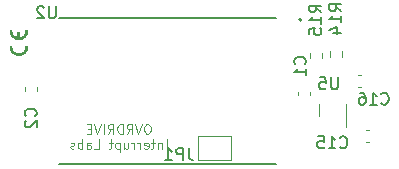
<source format=gbr>
%TF.GenerationSoftware,KiCad,Pcbnew,7.0.7*%
%TF.CreationDate,2024-04-01T13:08:00+02:00*%
%TF.ProjectId,ovrdrive,6f767264-7269-4766-952e-6b696361645f,rev?*%
%TF.SameCoordinates,Original*%
%TF.FileFunction,Legend,Bot*%
%TF.FilePolarity,Positive*%
%FSLAX46Y46*%
G04 Gerber Fmt 4.6, Leading zero omitted, Abs format (unit mm)*
G04 Created by KiCad (PCBNEW 7.0.7) date 2024-04-01 13:08:00*
%MOMM*%
%LPD*%
G01*
G04 APERTURE LIST*
%ADD10C,0.000000*%
%ADD11C,0.125000*%
%ADD12C,0.150000*%
%ADD13C,0.120000*%
%ADD14C,0.127000*%
%ADD15C,0.200000*%
G04 APERTURE END LIST*
D10*
G36*
X112306830Y-99037188D02*
G01*
X112305701Y-99046986D01*
X112304746Y-99056833D01*
X112303965Y-99066730D01*
X112303357Y-99076677D01*
X112302923Y-99086673D01*
X112302662Y-99096719D01*
X112302576Y-99106815D01*
X112303119Y-99131636D01*
X112304734Y-99156177D01*
X112307399Y-99180415D01*
X112311090Y-99204328D01*
X112315785Y-99227893D01*
X112321460Y-99251087D01*
X112328095Y-99273888D01*
X112335665Y-99296273D01*
X112344148Y-99318219D01*
X112353522Y-99339704D01*
X112363764Y-99360704D01*
X112374850Y-99381198D01*
X112386759Y-99401163D01*
X112399468Y-99420575D01*
X112412954Y-99439412D01*
X112427194Y-99457652D01*
X112442166Y-99475272D01*
X112457847Y-99492249D01*
X112474215Y-99508561D01*
X112491246Y-99524185D01*
X112508918Y-99539097D01*
X112527209Y-99553277D01*
X112546095Y-99566700D01*
X112565555Y-99579344D01*
X112585565Y-99591187D01*
X112606102Y-99602206D01*
X112627144Y-99612377D01*
X112648669Y-99621680D01*
X112670654Y-99630090D01*
X112693075Y-99637585D01*
X112715911Y-99644142D01*
X112739138Y-99649740D01*
X112739138Y-99186190D01*
X112977263Y-99186190D01*
X112977263Y-99649740D01*
X113000490Y-99644142D01*
X113023326Y-99637582D01*
X113045748Y-99630083D01*
X113067732Y-99621669D01*
X113089257Y-99612361D01*
X113110299Y-99602183D01*
X113130837Y-99591157D01*
X113150846Y-99579307D01*
X113189192Y-99553223D01*
X113225155Y-99524115D01*
X113258554Y-99492164D01*
X113289207Y-99457553D01*
X113316933Y-99420465D01*
X113341551Y-99381082D01*
X113352638Y-99360587D01*
X113362879Y-99339587D01*
X113372253Y-99318104D01*
X113380736Y-99296161D01*
X113388306Y-99273782D01*
X113394941Y-99250989D01*
X113400617Y-99227805D01*
X113405311Y-99204252D01*
X113409002Y-99180354D01*
X113411667Y-99156133D01*
X113413282Y-99131613D01*
X113413826Y-99106815D01*
X113413739Y-99096719D01*
X113413478Y-99086673D01*
X113413044Y-99076677D01*
X113412437Y-99066730D01*
X113411655Y-99056833D01*
X113410700Y-99046986D01*
X113409572Y-99037188D01*
X113408269Y-99027440D01*
X113647982Y-99027440D01*
X113648912Y-99037275D01*
X113649718Y-99047135D01*
X113650400Y-99057019D01*
X113650958Y-99066929D01*
X113651392Y-99076863D01*
X113651702Y-99086822D01*
X113651889Y-99096806D01*
X113651951Y-99106815D01*
X113650918Y-99147665D01*
X113647853Y-99187978D01*
X113642806Y-99227704D01*
X113635826Y-99266794D01*
X113626964Y-99305198D01*
X113616268Y-99342866D01*
X113603790Y-99379748D01*
X113589579Y-99415794D01*
X113573685Y-99450955D01*
X113556157Y-99485180D01*
X113537046Y-99518420D01*
X113516401Y-99550625D01*
X113494272Y-99581745D01*
X113470709Y-99611730D01*
X113445762Y-99640530D01*
X113419481Y-99668095D01*
X113391915Y-99694376D01*
X113363115Y-99719323D01*
X113333130Y-99742886D01*
X113302011Y-99765015D01*
X113269806Y-99785660D01*
X113236566Y-99804771D01*
X113202341Y-99822299D01*
X113167180Y-99838193D01*
X113131134Y-99852405D01*
X113094252Y-99864883D01*
X113056584Y-99875578D01*
X113018180Y-99884440D01*
X112979090Y-99891420D01*
X112939363Y-99896467D01*
X112899050Y-99899532D01*
X112858201Y-99900565D01*
X112817351Y-99899532D01*
X112777038Y-99896467D01*
X112737311Y-99891420D01*
X112698221Y-99884440D01*
X112659817Y-99875578D01*
X112622149Y-99864883D01*
X112585267Y-99852405D01*
X112549221Y-99838193D01*
X112514060Y-99822299D01*
X112479835Y-99804771D01*
X112446595Y-99785660D01*
X112414390Y-99765015D01*
X112383271Y-99742886D01*
X112353286Y-99719323D01*
X112324486Y-99694376D01*
X112296920Y-99668095D01*
X112270639Y-99640530D01*
X112245692Y-99611730D01*
X112222129Y-99581745D01*
X112200000Y-99550625D01*
X112179355Y-99518420D01*
X112160244Y-99485180D01*
X112142716Y-99450955D01*
X112126822Y-99415794D01*
X112112611Y-99379748D01*
X112100133Y-99342866D01*
X112089438Y-99305198D01*
X112080575Y-99266794D01*
X112073595Y-99227704D01*
X112068548Y-99187978D01*
X112065483Y-99147665D01*
X112064451Y-99106815D01*
X112064513Y-99096806D01*
X112064699Y-99086822D01*
X112065009Y-99076863D01*
X112065443Y-99066929D01*
X112066001Y-99057019D01*
X112066683Y-99047135D01*
X112067489Y-99037275D01*
X112068419Y-99027440D01*
X112308132Y-99027440D01*
X112306830Y-99037188D01*
G37*
G36*
X112307437Y-100381879D02*
G01*
X112306147Y-100392305D01*
X112305056Y-100402800D01*
X112304163Y-100413360D01*
X112303469Y-100423982D01*
X112302972Y-100434663D01*
X112302675Y-100445400D01*
X112302576Y-100456190D01*
X112303298Y-100484787D01*
X112305444Y-100513008D01*
X112308976Y-100540818D01*
X112313862Y-100568183D01*
X112320065Y-100595067D01*
X112327551Y-100621435D01*
X112336285Y-100647254D01*
X112346232Y-100672487D01*
X112357357Y-100697099D01*
X112369626Y-100721057D01*
X112383003Y-100744325D01*
X112397453Y-100766868D01*
X112412943Y-100788652D01*
X112429436Y-100809641D01*
X112446898Y-100829801D01*
X112465294Y-100849096D01*
X112484590Y-100867492D01*
X112504749Y-100884954D01*
X112525738Y-100901447D01*
X112547522Y-100916937D01*
X112570065Y-100931387D01*
X112593333Y-100944765D01*
X112617291Y-100957033D01*
X112641904Y-100968158D01*
X112667137Y-100978106D01*
X112692955Y-100986840D01*
X112719323Y-100994325D01*
X112746207Y-101000529D01*
X112773572Y-101005414D01*
X112801382Y-101008947D01*
X112829603Y-101011092D01*
X112858201Y-101011815D01*
X112886798Y-101011092D01*
X112915019Y-101008947D01*
X112942829Y-101005414D01*
X112970194Y-101000529D01*
X112997078Y-100994325D01*
X113023446Y-100986840D01*
X113049264Y-100978106D01*
X113074497Y-100968158D01*
X113099110Y-100957033D01*
X113123068Y-100944765D01*
X113146336Y-100931387D01*
X113168879Y-100916937D01*
X113190663Y-100901447D01*
X113211652Y-100884954D01*
X113231811Y-100867492D01*
X113251107Y-100849096D01*
X113269503Y-100829801D01*
X113286965Y-100809641D01*
X113303458Y-100788652D01*
X113318948Y-100766868D01*
X113333398Y-100744325D01*
X113346775Y-100721057D01*
X113359044Y-100697099D01*
X113370169Y-100672487D01*
X113380116Y-100647254D01*
X113388850Y-100621435D01*
X113396336Y-100595067D01*
X113402539Y-100568183D01*
X113407425Y-100540818D01*
X113410957Y-100513008D01*
X113413103Y-100484787D01*
X113413826Y-100456190D01*
X113413726Y-100445400D01*
X113413429Y-100434663D01*
X113412933Y-100423982D01*
X113412238Y-100413360D01*
X113411345Y-100402800D01*
X113410254Y-100392305D01*
X113408964Y-100381879D01*
X113407475Y-100371523D01*
X113647453Y-100371523D01*
X113648481Y-100381965D01*
X113649383Y-100392454D01*
X113650155Y-100402986D01*
X113650793Y-100413559D01*
X113651295Y-100424168D01*
X113651657Y-100434812D01*
X113651877Y-100445487D01*
X113651951Y-100456190D01*
X113650918Y-100497039D01*
X113647853Y-100537352D01*
X113642806Y-100577079D01*
X113635826Y-100616169D01*
X113626964Y-100654573D01*
X113616268Y-100692241D01*
X113603790Y-100729123D01*
X113589579Y-100765169D01*
X113573685Y-100800330D01*
X113556157Y-100834555D01*
X113537046Y-100867795D01*
X113516401Y-100900000D01*
X113494272Y-100931120D01*
X113470709Y-100961104D01*
X113445762Y-100989905D01*
X113419481Y-101017470D01*
X113391915Y-101043751D01*
X113363115Y-101068698D01*
X113333130Y-101092261D01*
X113302011Y-101114390D01*
X113269806Y-101135035D01*
X113236566Y-101154146D01*
X113202341Y-101171674D01*
X113167180Y-101187568D01*
X113131134Y-101201780D01*
X113094252Y-101214258D01*
X113056584Y-101224953D01*
X113018180Y-101233815D01*
X112979090Y-101240795D01*
X112939363Y-101245842D01*
X112899050Y-101248907D01*
X112858201Y-101249940D01*
X112817351Y-101248907D01*
X112777038Y-101245842D01*
X112737311Y-101240795D01*
X112698221Y-101233815D01*
X112659817Y-101224953D01*
X112622149Y-101214258D01*
X112585267Y-101201780D01*
X112549221Y-101187568D01*
X112514060Y-101171674D01*
X112479835Y-101154146D01*
X112446595Y-101135035D01*
X112414390Y-101114390D01*
X112383271Y-101092261D01*
X112353286Y-101068698D01*
X112324486Y-101043751D01*
X112296920Y-101017470D01*
X112270639Y-100989905D01*
X112245692Y-100961104D01*
X112222129Y-100931120D01*
X112200000Y-100900000D01*
X112179355Y-100867795D01*
X112160244Y-100834555D01*
X112142716Y-100800330D01*
X112126822Y-100765169D01*
X112112611Y-100729123D01*
X112100133Y-100692241D01*
X112089438Y-100654573D01*
X112080575Y-100616169D01*
X112073595Y-100577079D01*
X112068548Y-100537352D01*
X112065483Y-100497039D01*
X112064451Y-100456190D01*
X112064524Y-100445487D01*
X112064744Y-100434812D01*
X112065106Y-100424168D01*
X112065608Y-100413559D01*
X112066246Y-100402986D01*
X112067018Y-100392454D01*
X112067920Y-100381965D01*
X112068948Y-100371523D01*
X112308926Y-100371523D01*
X112307437Y-100381879D01*
G37*
D11*
X123814284Y-107019595D02*
X123661903Y-107019595D01*
X123661903Y-107019595D02*
X123585713Y-107057690D01*
X123585713Y-107057690D02*
X123509522Y-107133880D01*
X123509522Y-107133880D02*
X123471427Y-107286261D01*
X123471427Y-107286261D02*
X123471427Y-107552928D01*
X123471427Y-107552928D02*
X123509522Y-107705309D01*
X123509522Y-107705309D02*
X123585713Y-107781500D01*
X123585713Y-107781500D02*
X123661903Y-107819595D01*
X123661903Y-107819595D02*
X123814284Y-107819595D01*
X123814284Y-107819595D02*
X123890475Y-107781500D01*
X123890475Y-107781500D02*
X123966665Y-107705309D01*
X123966665Y-107705309D02*
X124004761Y-107552928D01*
X124004761Y-107552928D02*
X124004761Y-107286261D01*
X124004761Y-107286261D02*
X123966665Y-107133880D01*
X123966665Y-107133880D02*
X123890475Y-107057690D01*
X123890475Y-107057690D02*
X123814284Y-107019595D01*
X123242856Y-107019595D02*
X122976189Y-107819595D01*
X122976189Y-107819595D02*
X122709523Y-107019595D01*
X121985713Y-107819595D02*
X122252380Y-107438642D01*
X122442856Y-107819595D02*
X122442856Y-107019595D01*
X122442856Y-107019595D02*
X122138094Y-107019595D01*
X122138094Y-107019595D02*
X122061904Y-107057690D01*
X122061904Y-107057690D02*
X122023809Y-107095785D01*
X122023809Y-107095785D02*
X121985713Y-107171976D01*
X121985713Y-107171976D02*
X121985713Y-107286261D01*
X121985713Y-107286261D02*
X122023809Y-107362452D01*
X122023809Y-107362452D02*
X122061904Y-107400547D01*
X122061904Y-107400547D02*
X122138094Y-107438642D01*
X122138094Y-107438642D02*
X122442856Y-107438642D01*
X121642856Y-107819595D02*
X121642856Y-107019595D01*
X121642856Y-107019595D02*
X121452380Y-107019595D01*
X121452380Y-107019595D02*
X121338094Y-107057690D01*
X121338094Y-107057690D02*
X121261904Y-107133880D01*
X121261904Y-107133880D02*
X121223809Y-107210071D01*
X121223809Y-107210071D02*
X121185713Y-107362452D01*
X121185713Y-107362452D02*
X121185713Y-107476738D01*
X121185713Y-107476738D02*
X121223809Y-107629119D01*
X121223809Y-107629119D02*
X121261904Y-107705309D01*
X121261904Y-107705309D02*
X121338094Y-107781500D01*
X121338094Y-107781500D02*
X121452380Y-107819595D01*
X121452380Y-107819595D02*
X121642856Y-107819595D01*
X120385713Y-107819595D02*
X120652380Y-107438642D01*
X120842856Y-107819595D02*
X120842856Y-107019595D01*
X120842856Y-107019595D02*
X120538094Y-107019595D01*
X120538094Y-107019595D02*
X120461904Y-107057690D01*
X120461904Y-107057690D02*
X120423809Y-107095785D01*
X120423809Y-107095785D02*
X120385713Y-107171976D01*
X120385713Y-107171976D02*
X120385713Y-107286261D01*
X120385713Y-107286261D02*
X120423809Y-107362452D01*
X120423809Y-107362452D02*
X120461904Y-107400547D01*
X120461904Y-107400547D02*
X120538094Y-107438642D01*
X120538094Y-107438642D02*
X120842856Y-107438642D01*
X120042856Y-107819595D02*
X120042856Y-107019595D01*
X119776190Y-107019595D02*
X119509523Y-107819595D01*
X119509523Y-107819595D02*
X119242857Y-107019595D01*
X118976190Y-107400547D02*
X118709524Y-107400547D01*
X118595238Y-107819595D02*
X118976190Y-107819595D01*
X118976190Y-107819595D02*
X118976190Y-107019595D01*
X118976190Y-107019595D02*
X118595238Y-107019595D01*
X125357143Y-109107595D02*
X125357143Y-108307595D01*
X124976191Y-108574261D02*
X124976191Y-109107595D01*
X124976191Y-108650452D02*
X124938096Y-108612357D01*
X124938096Y-108612357D02*
X124861906Y-108574261D01*
X124861906Y-108574261D02*
X124747620Y-108574261D01*
X124747620Y-108574261D02*
X124671429Y-108612357D01*
X124671429Y-108612357D02*
X124633334Y-108688547D01*
X124633334Y-108688547D02*
X124633334Y-109107595D01*
X124366667Y-108574261D02*
X124061905Y-108574261D01*
X124252381Y-108307595D02*
X124252381Y-108993309D01*
X124252381Y-108993309D02*
X124214286Y-109069500D01*
X124214286Y-109069500D02*
X124138096Y-109107595D01*
X124138096Y-109107595D02*
X124061905Y-109107595D01*
X123490476Y-109069500D02*
X123566667Y-109107595D01*
X123566667Y-109107595D02*
X123719048Y-109107595D01*
X123719048Y-109107595D02*
X123795238Y-109069500D01*
X123795238Y-109069500D02*
X123833334Y-108993309D01*
X123833334Y-108993309D02*
X123833334Y-108688547D01*
X123833334Y-108688547D02*
X123795238Y-108612357D01*
X123795238Y-108612357D02*
X123719048Y-108574261D01*
X123719048Y-108574261D02*
X123566667Y-108574261D01*
X123566667Y-108574261D02*
X123490476Y-108612357D01*
X123490476Y-108612357D02*
X123452381Y-108688547D01*
X123452381Y-108688547D02*
X123452381Y-108764738D01*
X123452381Y-108764738D02*
X123833334Y-108840928D01*
X123109524Y-109107595D02*
X123109524Y-108574261D01*
X123109524Y-108726642D02*
X123071429Y-108650452D01*
X123071429Y-108650452D02*
X123033334Y-108612357D01*
X123033334Y-108612357D02*
X122957143Y-108574261D01*
X122957143Y-108574261D02*
X122880953Y-108574261D01*
X122614286Y-109107595D02*
X122614286Y-108574261D01*
X122614286Y-108726642D02*
X122576191Y-108650452D01*
X122576191Y-108650452D02*
X122538096Y-108612357D01*
X122538096Y-108612357D02*
X122461905Y-108574261D01*
X122461905Y-108574261D02*
X122385715Y-108574261D01*
X121776191Y-108574261D02*
X121776191Y-109107595D01*
X122119048Y-108574261D02*
X122119048Y-108993309D01*
X122119048Y-108993309D02*
X122080953Y-109069500D01*
X122080953Y-109069500D02*
X122004763Y-109107595D01*
X122004763Y-109107595D02*
X121890477Y-109107595D01*
X121890477Y-109107595D02*
X121814286Y-109069500D01*
X121814286Y-109069500D02*
X121776191Y-109031404D01*
X121395238Y-108574261D02*
X121395238Y-109374261D01*
X121395238Y-108612357D02*
X121319048Y-108574261D01*
X121319048Y-108574261D02*
X121166667Y-108574261D01*
X121166667Y-108574261D02*
X121090476Y-108612357D01*
X121090476Y-108612357D02*
X121052381Y-108650452D01*
X121052381Y-108650452D02*
X121014286Y-108726642D01*
X121014286Y-108726642D02*
X121014286Y-108955214D01*
X121014286Y-108955214D02*
X121052381Y-109031404D01*
X121052381Y-109031404D02*
X121090476Y-109069500D01*
X121090476Y-109069500D02*
X121166667Y-109107595D01*
X121166667Y-109107595D02*
X121319048Y-109107595D01*
X121319048Y-109107595D02*
X121395238Y-109069500D01*
X120785714Y-108574261D02*
X120480952Y-108574261D01*
X120671428Y-108307595D02*
X120671428Y-108993309D01*
X120671428Y-108993309D02*
X120633333Y-109069500D01*
X120633333Y-109069500D02*
X120557143Y-109107595D01*
X120557143Y-109107595D02*
X120480952Y-109107595D01*
X119223809Y-109107595D02*
X119604761Y-109107595D01*
X119604761Y-109107595D02*
X119604761Y-108307595D01*
X118614285Y-109107595D02*
X118614285Y-108688547D01*
X118614285Y-108688547D02*
X118652380Y-108612357D01*
X118652380Y-108612357D02*
X118728571Y-108574261D01*
X118728571Y-108574261D02*
X118880952Y-108574261D01*
X118880952Y-108574261D02*
X118957142Y-108612357D01*
X118614285Y-109069500D02*
X118690476Y-109107595D01*
X118690476Y-109107595D02*
X118880952Y-109107595D01*
X118880952Y-109107595D02*
X118957142Y-109069500D01*
X118957142Y-109069500D02*
X118995238Y-108993309D01*
X118995238Y-108993309D02*
X118995238Y-108917119D01*
X118995238Y-108917119D02*
X118957142Y-108840928D01*
X118957142Y-108840928D02*
X118880952Y-108802833D01*
X118880952Y-108802833D02*
X118690476Y-108802833D01*
X118690476Y-108802833D02*
X118614285Y-108764738D01*
X118233332Y-109107595D02*
X118233332Y-108307595D01*
X118233332Y-108612357D02*
X118157142Y-108574261D01*
X118157142Y-108574261D02*
X118004761Y-108574261D01*
X118004761Y-108574261D02*
X117928570Y-108612357D01*
X117928570Y-108612357D02*
X117890475Y-108650452D01*
X117890475Y-108650452D02*
X117852380Y-108726642D01*
X117852380Y-108726642D02*
X117852380Y-108955214D01*
X117852380Y-108955214D02*
X117890475Y-109031404D01*
X117890475Y-109031404D02*
X117928570Y-109069500D01*
X117928570Y-109069500D02*
X118004761Y-109107595D01*
X118004761Y-109107595D02*
X118157142Y-109107595D01*
X118157142Y-109107595D02*
X118233332Y-109069500D01*
X117547618Y-109069500D02*
X117471427Y-109107595D01*
X117471427Y-109107595D02*
X117319046Y-109107595D01*
X117319046Y-109107595D02*
X117242856Y-109069500D01*
X117242856Y-109069500D02*
X117204760Y-108993309D01*
X117204760Y-108993309D02*
X117204760Y-108955214D01*
X117204760Y-108955214D02*
X117242856Y-108879023D01*
X117242856Y-108879023D02*
X117319046Y-108840928D01*
X117319046Y-108840928D02*
X117433332Y-108840928D01*
X117433332Y-108840928D02*
X117509522Y-108802833D01*
X117509522Y-108802833D02*
X117547618Y-108726642D01*
X117547618Y-108726642D02*
X117547618Y-108688547D01*
X117547618Y-108688547D02*
X117509522Y-108612357D01*
X117509522Y-108612357D02*
X117433332Y-108574261D01*
X117433332Y-108574261D02*
X117319046Y-108574261D01*
X117319046Y-108574261D02*
X117242856Y-108612357D01*
D12*
X140154819Y-97457142D02*
X139678628Y-97123809D01*
X140154819Y-96885714D02*
X139154819Y-96885714D01*
X139154819Y-96885714D02*
X139154819Y-97266666D01*
X139154819Y-97266666D02*
X139202438Y-97361904D01*
X139202438Y-97361904D02*
X139250057Y-97409523D01*
X139250057Y-97409523D02*
X139345295Y-97457142D01*
X139345295Y-97457142D02*
X139488152Y-97457142D01*
X139488152Y-97457142D02*
X139583390Y-97409523D01*
X139583390Y-97409523D02*
X139631009Y-97361904D01*
X139631009Y-97361904D02*
X139678628Y-97266666D01*
X139678628Y-97266666D02*
X139678628Y-96885714D01*
X140154819Y-98409523D02*
X140154819Y-97838095D01*
X140154819Y-98123809D02*
X139154819Y-98123809D01*
X139154819Y-98123809D02*
X139297676Y-98028571D01*
X139297676Y-98028571D02*
X139392914Y-97933333D01*
X139392914Y-97933333D02*
X139440533Y-97838095D01*
X139488152Y-99266666D02*
X140154819Y-99266666D01*
X139107200Y-99028571D02*
X139821485Y-98790476D01*
X139821485Y-98790476D02*
X139821485Y-99409523D01*
X114259580Y-106333333D02*
X114307200Y-106285714D01*
X114307200Y-106285714D02*
X114354819Y-106142857D01*
X114354819Y-106142857D02*
X114354819Y-106047619D01*
X114354819Y-106047619D02*
X114307200Y-105904762D01*
X114307200Y-105904762D02*
X114211961Y-105809524D01*
X114211961Y-105809524D02*
X114116723Y-105761905D01*
X114116723Y-105761905D02*
X113926247Y-105714286D01*
X113926247Y-105714286D02*
X113783390Y-105714286D01*
X113783390Y-105714286D02*
X113592914Y-105761905D01*
X113592914Y-105761905D02*
X113497676Y-105809524D01*
X113497676Y-105809524D02*
X113402438Y-105904762D01*
X113402438Y-105904762D02*
X113354819Y-106047619D01*
X113354819Y-106047619D02*
X113354819Y-106142857D01*
X113354819Y-106142857D02*
X113402438Y-106285714D01*
X113402438Y-106285714D02*
X113450057Y-106333333D01*
X113450057Y-106714286D02*
X113402438Y-106761905D01*
X113402438Y-106761905D02*
X113354819Y-106857143D01*
X113354819Y-106857143D02*
X113354819Y-107095238D01*
X113354819Y-107095238D02*
X113402438Y-107190476D01*
X113402438Y-107190476D02*
X113450057Y-107238095D01*
X113450057Y-107238095D02*
X113545295Y-107285714D01*
X113545295Y-107285714D02*
X113640533Y-107285714D01*
X113640533Y-107285714D02*
X113783390Y-107238095D01*
X113783390Y-107238095D02*
X114354819Y-106666667D01*
X114354819Y-106666667D02*
X114354819Y-107285714D01*
X127233333Y-109054819D02*
X127233333Y-109769104D01*
X127233333Y-109769104D02*
X127280952Y-109911961D01*
X127280952Y-109911961D02*
X127376190Y-110007200D01*
X127376190Y-110007200D02*
X127519047Y-110054819D01*
X127519047Y-110054819D02*
X127614285Y-110054819D01*
X126757142Y-110054819D02*
X126757142Y-109054819D01*
X126757142Y-109054819D02*
X126376190Y-109054819D01*
X126376190Y-109054819D02*
X126280952Y-109102438D01*
X126280952Y-109102438D02*
X126233333Y-109150057D01*
X126233333Y-109150057D02*
X126185714Y-109245295D01*
X126185714Y-109245295D02*
X126185714Y-109388152D01*
X126185714Y-109388152D02*
X126233333Y-109483390D01*
X126233333Y-109483390D02*
X126280952Y-109531009D01*
X126280952Y-109531009D02*
X126376190Y-109578628D01*
X126376190Y-109578628D02*
X126757142Y-109578628D01*
X125233333Y-110054819D02*
X125804761Y-110054819D01*
X125519047Y-110054819D02*
X125519047Y-109054819D01*
X125519047Y-109054819D02*
X125614285Y-109197676D01*
X125614285Y-109197676D02*
X125709523Y-109292914D01*
X125709523Y-109292914D02*
X125804761Y-109340533D01*
X138454819Y-97557142D02*
X137978628Y-97223809D01*
X138454819Y-96985714D02*
X137454819Y-96985714D01*
X137454819Y-96985714D02*
X137454819Y-97366666D01*
X137454819Y-97366666D02*
X137502438Y-97461904D01*
X137502438Y-97461904D02*
X137550057Y-97509523D01*
X137550057Y-97509523D02*
X137645295Y-97557142D01*
X137645295Y-97557142D02*
X137788152Y-97557142D01*
X137788152Y-97557142D02*
X137883390Y-97509523D01*
X137883390Y-97509523D02*
X137931009Y-97461904D01*
X137931009Y-97461904D02*
X137978628Y-97366666D01*
X137978628Y-97366666D02*
X137978628Y-96985714D01*
X138454819Y-98509523D02*
X138454819Y-97938095D01*
X138454819Y-98223809D02*
X137454819Y-98223809D01*
X137454819Y-98223809D02*
X137597676Y-98128571D01*
X137597676Y-98128571D02*
X137692914Y-98033333D01*
X137692914Y-98033333D02*
X137740533Y-97938095D01*
X137454819Y-99414285D02*
X137454819Y-98938095D01*
X137454819Y-98938095D02*
X137931009Y-98890476D01*
X137931009Y-98890476D02*
X137883390Y-98938095D01*
X137883390Y-98938095D02*
X137835771Y-99033333D01*
X137835771Y-99033333D02*
X137835771Y-99271428D01*
X137835771Y-99271428D02*
X137883390Y-99366666D01*
X137883390Y-99366666D02*
X137931009Y-99414285D01*
X137931009Y-99414285D02*
X138026247Y-99461904D01*
X138026247Y-99461904D02*
X138264342Y-99461904D01*
X138264342Y-99461904D02*
X138359580Y-99414285D01*
X138359580Y-99414285D02*
X138407200Y-99366666D01*
X138407200Y-99366666D02*
X138454819Y-99271428D01*
X138454819Y-99271428D02*
X138454819Y-99033333D01*
X138454819Y-99033333D02*
X138407200Y-98938095D01*
X138407200Y-98938095D02*
X138359580Y-98890476D01*
X137059580Y-101933333D02*
X137107200Y-101885714D01*
X137107200Y-101885714D02*
X137154819Y-101742857D01*
X137154819Y-101742857D02*
X137154819Y-101647619D01*
X137154819Y-101647619D02*
X137107200Y-101504762D01*
X137107200Y-101504762D02*
X137011961Y-101409524D01*
X137011961Y-101409524D02*
X136916723Y-101361905D01*
X136916723Y-101361905D02*
X136726247Y-101314286D01*
X136726247Y-101314286D02*
X136583390Y-101314286D01*
X136583390Y-101314286D02*
X136392914Y-101361905D01*
X136392914Y-101361905D02*
X136297676Y-101409524D01*
X136297676Y-101409524D02*
X136202438Y-101504762D01*
X136202438Y-101504762D02*
X136154819Y-101647619D01*
X136154819Y-101647619D02*
X136154819Y-101742857D01*
X136154819Y-101742857D02*
X136202438Y-101885714D01*
X136202438Y-101885714D02*
X136250057Y-101933333D01*
X137154819Y-102885714D02*
X137154819Y-102314286D01*
X137154819Y-102600000D02*
X136154819Y-102600000D01*
X136154819Y-102600000D02*
X136297676Y-102504762D01*
X136297676Y-102504762D02*
X136392914Y-102409524D01*
X136392914Y-102409524D02*
X136440533Y-102314286D01*
X115961904Y-97054819D02*
X115961904Y-97864342D01*
X115961904Y-97864342D02*
X115914285Y-97959580D01*
X115914285Y-97959580D02*
X115866666Y-98007200D01*
X115866666Y-98007200D02*
X115771428Y-98054819D01*
X115771428Y-98054819D02*
X115580952Y-98054819D01*
X115580952Y-98054819D02*
X115485714Y-98007200D01*
X115485714Y-98007200D02*
X115438095Y-97959580D01*
X115438095Y-97959580D02*
X115390476Y-97864342D01*
X115390476Y-97864342D02*
X115390476Y-97054819D01*
X114961904Y-97150057D02*
X114914285Y-97102438D01*
X114914285Y-97102438D02*
X114819047Y-97054819D01*
X114819047Y-97054819D02*
X114580952Y-97054819D01*
X114580952Y-97054819D02*
X114485714Y-97102438D01*
X114485714Y-97102438D02*
X114438095Y-97150057D01*
X114438095Y-97150057D02*
X114390476Y-97245295D01*
X114390476Y-97245295D02*
X114390476Y-97340533D01*
X114390476Y-97340533D02*
X114438095Y-97483390D01*
X114438095Y-97483390D02*
X115009523Y-98054819D01*
X115009523Y-98054819D02*
X114390476Y-98054819D01*
X143542857Y-105259580D02*
X143590476Y-105307200D01*
X143590476Y-105307200D02*
X143733333Y-105354819D01*
X143733333Y-105354819D02*
X143828571Y-105354819D01*
X143828571Y-105354819D02*
X143971428Y-105307200D01*
X143971428Y-105307200D02*
X144066666Y-105211961D01*
X144066666Y-105211961D02*
X144114285Y-105116723D01*
X144114285Y-105116723D02*
X144161904Y-104926247D01*
X144161904Y-104926247D02*
X144161904Y-104783390D01*
X144161904Y-104783390D02*
X144114285Y-104592914D01*
X144114285Y-104592914D02*
X144066666Y-104497676D01*
X144066666Y-104497676D02*
X143971428Y-104402438D01*
X143971428Y-104402438D02*
X143828571Y-104354819D01*
X143828571Y-104354819D02*
X143733333Y-104354819D01*
X143733333Y-104354819D02*
X143590476Y-104402438D01*
X143590476Y-104402438D02*
X143542857Y-104450057D01*
X142590476Y-105354819D02*
X143161904Y-105354819D01*
X142876190Y-105354819D02*
X142876190Y-104354819D01*
X142876190Y-104354819D02*
X142971428Y-104497676D01*
X142971428Y-104497676D02*
X143066666Y-104592914D01*
X143066666Y-104592914D02*
X143161904Y-104640533D01*
X141733333Y-104354819D02*
X141923809Y-104354819D01*
X141923809Y-104354819D02*
X142019047Y-104402438D01*
X142019047Y-104402438D02*
X142066666Y-104450057D01*
X142066666Y-104450057D02*
X142161904Y-104592914D01*
X142161904Y-104592914D02*
X142209523Y-104783390D01*
X142209523Y-104783390D02*
X142209523Y-105164342D01*
X142209523Y-105164342D02*
X142161904Y-105259580D01*
X142161904Y-105259580D02*
X142114285Y-105307200D01*
X142114285Y-105307200D02*
X142019047Y-105354819D01*
X142019047Y-105354819D02*
X141828571Y-105354819D01*
X141828571Y-105354819D02*
X141733333Y-105307200D01*
X141733333Y-105307200D02*
X141685714Y-105259580D01*
X141685714Y-105259580D02*
X141638095Y-105164342D01*
X141638095Y-105164342D02*
X141638095Y-104926247D01*
X141638095Y-104926247D02*
X141685714Y-104831009D01*
X141685714Y-104831009D02*
X141733333Y-104783390D01*
X141733333Y-104783390D02*
X141828571Y-104735771D01*
X141828571Y-104735771D02*
X142019047Y-104735771D01*
X142019047Y-104735771D02*
X142114285Y-104783390D01*
X142114285Y-104783390D02*
X142161904Y-104831009D01*
X142161904Y-104831009D02*
X142209523Y-104926247D01*
X139861904Y-103054819D02*
X139861904Y-103864342D01*
X139861904Y-103864342D02*
X139814285Y-103959580D01*
X139814285Y-103959580D02*
X139766666Y-104007200D01*
X139766666Y-104007200D02*
X139671428Y-104054819D01*
X139671428Y-104054819D02*
X139480952Y-104054819D01*
X139480952Y-104054819D02*
X139385714Y-104007200D01*
X139385714Y-104007200D02*
X139338095Y-103959580D01*
X139338095Y-103959580D02*
X139290476Y-103864342D01*
X139290476Y-103864342D02*
X139290476Y-103054819D01*
X138338095Y-103054819D02*
X138814285Y-103054819D01*
X138814285Y-103054819D02*
X138861904Y-103531009D01*
X138861904Y-103531009D02*
X138814285Y-103483390D01*
X138814285Y-103483390D02*
X138719047Y-103435771D01*
X138719047Y-103435771D02*
X138480952Y-103435771D01*
X138480952Y-103435771D02*
X138385714Y-103483390D01*
X138385714Y-103483390D02*
X138338095Y-103531009D01*
X138338095Y-103531009D02*
X138290476Y-103626247D01*
X138290476Y-103626247D02*
X138290476Y-103864342D01*
X138290476Y-103864342D02*
X138338095Y-103959580D01*
X138338095Y-103959580D02*
X138385714Y-104007200D01*
X138385714Y-104007200D02*
X138480952Y-104054819D01*
X138480952Y-104054819D02*
X138719047Y-104054819D01*
X138719047Y-104054819D02*
X138814285Y-104007200D01*
X138814285Y-104007200D02*
X138861904Y-103959580D01*
X140042857Y-108959580D02*
X140090476Y-109007200D01*
X140090476Y-109007200D02*
X140233333Y-109054819D01*
X140233333Y-109054819D02*
X140328571Y-109054819D01*
X140328571Y-109054819D02*
X140471428Y-109007200D01*
X140471428Y-109007200D02*
X140566666Y-108911961D01*
X140566666Y-108911961D02*
X140614285Y-108816723D01*
X140614285Y-108816723D02*
X140661904Y-108626247D01*
X140661904Y-108626247D02*
X140661904Y-108483390D01*
X140661904Y-108483390D02*
X140614285Y-108292914D01*
X140614285Y-108292914D02*
X140566666Y-108197676D01*
X140566666Y-108197676D02*
X140471428Y-108102438D01*
X140471428Y-108102438D02*
X140328571Y-108054819D01*
X140328571Y-108054819D02*
X140233333Y-108054819D01*
X140233333Y-108054819D02*
X140090476Y-108102438D01*
X140090476Y-108102438D02*
X140042857Y-108150057D01*
X139090476Y-109054819D02*
X139661904Y-109054819D01*
X139376190Y-109054819D02*
X139376190Y-108054819D01*
X139376190Y-108054819D02*
X139471428Y-108197676D01*
X139471428Y-108197676D02*
X139566666Y-108292914D01*
X139566666Y-108292914D02*
X139661904Y-108340533D01*
X138185714Y-108054819D02*
X138661904Y-108054819D01*
X138661904Y-108054819D02*
X138709523Y-108531009D01*
X138709523Y-108531009D02*
X138661904Y-108483390D01*
X138661904Y-108483390D02*
X138566666Y-108435771D01*
X138566666Y-108435771D02*
X138328571Y-108435771D01*
X138328571Y-108435771D02*
X138233333Y-108483390D01*
X138233333Y-108483390D02*
X138185714Y-108531009D01*
X138185714Y-108531009D02*
X138138095Y-108626247D01*
X138138095Y-108626247D02*
X138138095Y-108864342D01*
X138138095Y-108864342D02*
X138185714Y-108959580D01*
X138185714Y-108959580D02*
X138233333Y-109007200D01*
X138233333Y-109007200D02*
X138328571Y-109054819D01*
X138328571Y-109054819D02*
X138566666Y-109054819D01*
X138566666Y-109054819D02*
X138661904Y-109007200D01*
X138661904Y-109007200D02*
X138709523Y-108959580D01*
D13*
%TO.C,R14*%
X139177500Y-101337258D02*
X139177500Y-100862742D01*
X140222500Y-101337258D02*
X140222500Y-100862742D01*
%TO.C,C2*%
X114410000Y-103909420D02*
X114410000Y-104190580D01*
X113390000Y-103909420D02*
X113390000Y-104190580D01*
%TO.C,JP1*%
X128050000Y-108050000D02*
X128050000Y-110050000D01*
X128050000Y-110050000D02*
X130850000Y-110050000D01*
X130850000Y-108050000D02*
X128050000Y-108050000D01*
X130850000Y-110050000D02*
X130850000Y-108050000D01*
%TO.C,R15*%
X138522500Y-100962742D02*
X138522500Y-101437258D01*
X137477500Y-100962742D02*
X137477500Y-101437258D01*
%TO.C,C1*%
X137510000Y-104259420D02*
X137510000Y-104540580D01*
X136490000Y-104259420D02*
X136490000Y-104540580D01*
D14*
%TO.C,U2*%
X134647500Y-110410000D02*
X116247500Y-110410000D01*
X134647500Y-97990000D02*
X116247500Y-97990000D01*
D15*
X136787500Y-98170000D02*
G75*
G03*
X136787500Y-98170000I-100000J0D01*
G01*
D13*
%TO.C,C16*%
X141559420Y-102890000D02*
X141840580Y-102890000D01*
X141559420Y-103910000D02*
X141840580Y-103910000D01*
%TO.C,U5*%
X140520000Y-107300000D02*
X140520000Y-105300000D01*
X138280000Y-105300000D02*
X138280000Y-106300000D01*
%TO.C,C15*%
X142259420Y-107490000D02*
X142540580Y-107490000D01*
X142259420Y-108510000D02*
X142540580Y-108510000D01*
%TD*%
M02*

</source>
